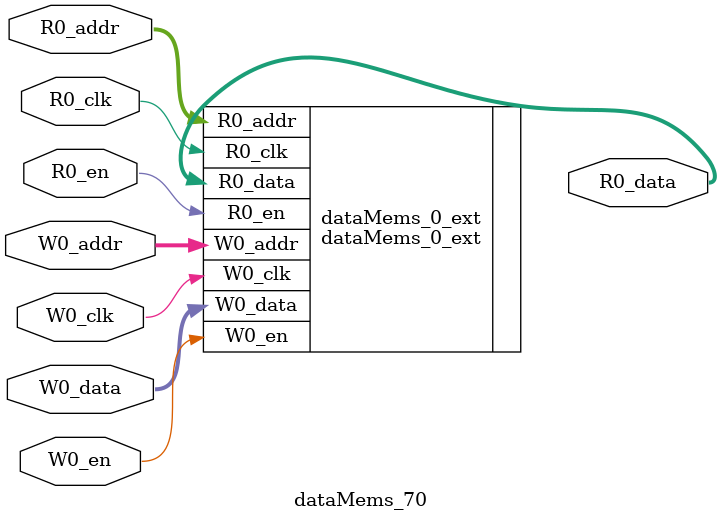
<source format=sv>
`ifndef RANDOMIZE
  `ifdef RANDOMIZE_REG_INIT
    `define RANDOMIZE
  `endif // RANDOMIZE_REG_INIT
`endif // not def RANDOMIZE
`ifndef RANDOMIZE
  `ifdef RANDOMIZE_MEM_INIT
    `define RANDOMIZE
  `endif // RANDOMIZE_MEM_INIT
`endif // not def RANDOMIZE

`ifndef RANDOM
  `define RANDOM $random
`endif // not def RANDOM

// Users can define 'PRINTF_COND' to add an extra gate to prints.
`ifndef PRINTF_COND_
  `ifdef PRINTF_COND
    `define PRINTF_COND_ (`PRINTF_COND)
  `else  // PRINTF_COND
    `define PRINTF_COND_ 1
  `endif // PRINTF_COND
`endif // not def PRINTF_COND_

// Users can define 'ASSERT_VERBOSE_COND' to add an extra gate to assert error printing.
`ifndef ASSERT_VERBOSE_COND_
  `ifdef ASSERT_VERBOSE_COND
    `define ASSERT_VERBOSE_COND_ (`ASSERT_VERBOSE_COND)
  `else  // ASSERT_VERBOSE_COND
    `define ASSERT_VERBOSE_COND_ 1
  `endif // ASSERT_VERBOSE_COND
`endif // not def ASSERT_VERBOSE_COND_

// Users can define 'STOP_COND' to add an extra gate to stop conditions.
`ifndef STOP_COND_
  `ifdef STOP_COND
    `define STOP_COND_ (`STOP_COND)
  `else  // STOP_COND
    `define STOP_COND_ 1
  `endif // STOP_COND
`endif // not def STOP_COND_

// Users can define INIT_RANDOM as general code that gets injected into the
// initializer block for modules with registers.
`ifndef INIT_RANDOM
  `define INIT_RANDOM
`endif // not def INIT_RANDOM

// If using random initialization, you can also define RANDOMIZE_DELAY to
// customize the delay used, otherwise 0.002 is used.
`ifndef RANDOMIZE_DELAY
  `define RANDOMIZE_DELAY 0.002
`endif // not def RANDOMIZE_DELAY

// Define INIT_RANDOM_PROLOG_ for use in our modules below.
`ifndef INIT_RANDOM_PROLOG_
  `ifdef RANDOMIZE
    `ifdef VERILATOR
      `define INIT_RANDOM_PROLOG_ `INIT_RANDOM
    `else  // VERILATOR
      `define INIT_RANDOM_PROLOG_ `INIT_RANDOM #`RANDOMIZE_DELAY begin end
    `endif // VERILATOR
  `else  // RANDOMIZE
    `define INIT_RANDOM_PROLOG_
  `endif // RANDOMIZE
`endif // not def INIT_RANDOM_PROLOG_

// Include register initializers in init blocks unless synthesis is set
`ifndef SYNTHESIS
  `ifndef ENABLE_INITIAL_REG_
    `define ENABLE_INITIAL_REG_
  `endif // not def ENABLE_INITIAL_REG_
`endif // not def SYNTHESIS

// Include rmemory initializers in init blocks unless synthesis is set
`ifndef SYNTHESIS
  `ifndef ENABLE_INITIAL_MEM_
    `define ENABLE_INITIAL_MEM_
  `endif // not def ENABLE_INITIAL_MEM_
`endif // not def SYNTHESIS

module dataMems_70(	// @[generators/ara/src/main/scala/UnsafeAXI4ToTL.scala:365:62]
  input  [4:0]   R0_addr,
  input          R0_en,
  input          R0_clk,
  output [258:0] R0_data,
  input  [4:0]   W0_addr,
  input          W0_en,
  input          W0_clk,
  input  [258:0] W0_data
);

  dataMems_0_ext dataMems_0_ext (	// @[generators/ara/src/main/scala/UnsafeAXI4ToTL.scala:365:62]
    .R0_addr (R0_addr),
    .R0_en   (R0_en),
    .R0_clk  (R0_clk),
    .R0_data (R0_data),
    .W0_addr (W0_addr),
    .W0_en   (W0_en),
    .W0_clk  (W0_clk),
    .W0_data (W0_data)
  );
endmodule


</source>
